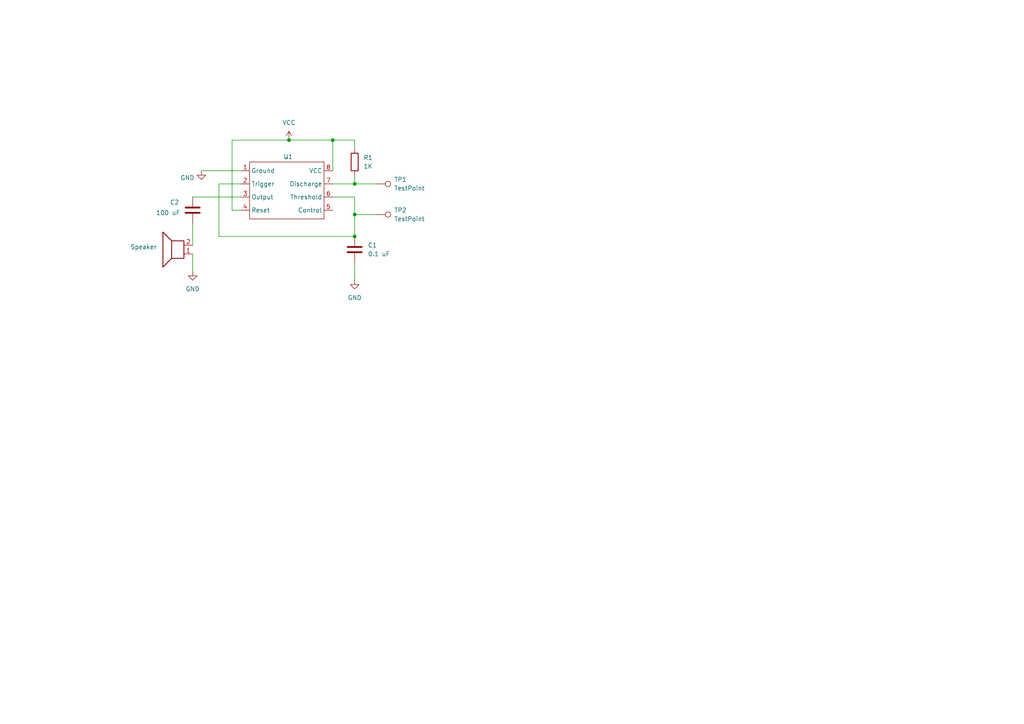
<source format=kicad_sch>
(kicad_sch (version 20231120) (generator "eeschema") (generator_version "8.0")
  (paper "A4")
  (lib_symbols
    (symbol "555-conductivity:555-pinmapped"
      (property "Reference" "U" (at 0 9.906 0))
      (symbol "555-pinmapped_0_1"
        (rectangle (start -10.16 7.62) (end 11.43 -8.89))
      )
      (symbol "555-pinmapped_1_1"
        (pin input line (at -12.7 5.08 0) (length 2.54) (name "Ground") (number "1"))
        (pin input line (at -12.7 1.27 0) (length 2.54) (name "Trigger") (number "2"))
        (pin input line (at -12.7 -2.54 0) (length 2.54) (name "Output") (number "3"))
        (pin input line (at -12.7 -6.35 0) (length 2.54) (name "Reset") (number "4"))
        (pin input line (at 13.97 -6.35 180) (length 2.54) (name "Control") (number "5"))
        (pin input line (at 13.97 -2.54 180) (length 2.54) (name "Threshold") (number "6"))
        (pin input line (at 13.97 1.27 180) (length 2.54) (name "Discharge") (number "7"))
        (pin input line (at 13.97 5.08 180) (length 2.54) (name "VCC") (number "8"))
      )
    )
    (symbol "Connector:TestPoint" (pin_numbers hide) (pin_names (offset 0.762) hide)
      (property "Reference" "TP" (at 0 6.858 0))
      (property "Value" "TestPoint" (at 0 5.08 0))
      (symbol "TestPoint_0_1"
        (circle (center 0 3.302) (radius 0.762))
      )
      (symbol "TestPoint_1_1"
        (pin passive line (at 0 0 90) (length 2.54) (name "1") (number "1"))
      )
    )
    (symbol "Device:C" (pin_numbers hide) (pin_names (offset 0.254))
      (property "Reference" "C" (at 0.635 2.54 0))
      (property "Value" "C" (at 0.635 -2.54 0))
      (symbol "C_0_1"
        (polyline (pts (xy -2.032 -0.762) (xy 2.032 -0.762)) (stroke (width 0.508)))
        (polyline (pts (xy -2.032 0.762) (xy 2.032 0.762)) (stroke (width 0.508)))
      )
      (symbol "C_1_1"
        (pin passive line (at 0 3.81 270) (length 2.794) (name "~") (number "1"))
        (pin passive line (at 0 -3.81 90) (length 2.794) (name "~") (number "2"))
      )
    )
    (symbol "Device:R" (pin_numbers hide) (pin_names (offset 0))
      (property "Reference" "R" (at 2.032 0 90))
      (property "Value" "R" (at 0 0 90))
      (symbol "R_0_1"
        (rectangle (start -1.016 -2.54) (end 1.016 2.54) (stroke (width 0.254)))
      )
      (symbol "R_1_1"
        (pin passive line (at 0 3.81 270) (length 1.27) (name "~") (number "1"))
        (pin passive line (at 0 -3.81 90) (length 1.27) (name "~") (number "2"))
      )
    )
    (symbol "Device:Speaker" (pin_names (offset 0) hide)
      (property "Reference" "LS" (at 1.27 5.715 0))
      (property "Value" "Speaker" (at 1.27 3.81 0))
      (symbol "Speaker_0_0"
        (rectangle (start -2.54 1.27) (end 1.016 -3.81) (stroke (width 0.254)))
        (polyline (pts (xy 1.016 1.27) (xy 3.556 3.81) (xy 3.556 -6.35) (xy 1.016 -3.81)) (stroke (width 0.254)))
      )
      (symbol "Speaker_1_1"
        (pin input line (at -5.08 0 0) (length 2.54) (name "1") (number "1"))
        (pin input line (at -5.08 -2.54 0) (length 2.54) (name "2") (number "2"))
      )
    )
    (symbol "power:GND" (power) (pin_numbers hide) (pin_names (offset 0) hide)
      (property "Value" "GND" (at 0 -3.81 0))
      (symbol "GND_0_1"
        (polyline (pts (xy 0 0) (xy 0 -1.27) (xy 1.27 -1.27) (xy 0 -2.54) (xy -1.27 -1.27) (xy 0 -1.27)))
      )
      (symbol "GND_1_1"
        (pin power_in line (at 0 0 270) (length 0) (name "~") (number "1"))
      )
    )
    (symbol "power:VCC" (power) (pin_numbers hide) (pin_names (offset 0) hide)
      (property "Value" "VCC" (at 0 3.556 0))
      (symbol "VCC_0_1"
        (polyline (pts (xy -0.762 1.27) (xy 0 2.54)))
        (polyline (pts (xy 0 0) (xy 0 2.54)))
        (polyline (pts (xy 0 2.54) (xy 0.762 1.27)))
      )
      (symbol "VCC_1_1"
        (pin power_in line (at 0 0 90) (length 0) (name "~") (number "1"))
      )
    )
  )
  (junction (at 102.87 68.58))
  (junction (at 83.82 40.64))
  (junction (at 102.87 53.34))
  (junction (at 96.52 40.64))
  (junction (at 102.87 62.23))
  (wire (pts (xy 69.85 53.34) (xy 63.5 53.34)))
  (wire (pts (xy 96.52 40.64) (xy 96.52 49.53)))
  (wire (pts (xy 67.31 40.64) (xy 83.82 40.64)))
  (wire (pts (xy 102.87 40.64) (xy 102.87 43.18)))
  (wire (pts (xy 102.87 50.8) (xy 102.87 53.34)))
  (wire (pts (xy 63.5 68.58) (xy 102.87 68.58)))
  (wire (pts (xy 102.87 53.34) (xy 109.22 53.34)))
  (wire (pts (xy 102.87 62.23) (xy 109.22 62.23)))
  (wire (pts (xy 63.5 53.34) (xy 63.5 68.58)))
  (wire (pts (xy 102.87 62.23) (xy 102.87 57.15)))
  (wire (pts (xy 69.85 60.96) (xy 67.31 60.96)))
  (wire (pts (xy 55.88 73.66) (xy 55.88 78.74)))
  (wire (pts (xy 102.87 57.15) (xy 96.52 57.15)))
  (wire (pts (xy 96.52 53.34) (xy 102.87 53.34)))
  (wire (pts (xy 83.82 40.64) (xy 96.52 40.64)))
  (wire (pts (xy 102.87 81.28) (xy 102.87 76.2)))
  (wire (pts (xy 55.88 64.77) (xy 55.88 71.12)))
  (wire (pts (xy 67.31 60.96) (xy 67.31 40.64)))
  (wire (pts (xy 55.88 57.15) (xy 69.85 57.15)))
  (wire (pts (xy 96.52 40.64) (xy 102.87 40.64)))
  (wire (pts (xy 102.87 68.58) (xy 102.87 62.23)))
  (wire (pts (xy 58.42 49.53) (xy 69.85 49.53)))
  (symbol (lib_id "Device:C") (at 102.87 72.39 0) (unit 1)
    (property "Reference" "C1" (at 106.68 71.1199 0) (effects (justify left)))
    (property "Value" "0.1 uF" (at 106.68 73.6599 0) (effects (justify left)))
    (property "Description" "Unpolarized capacitor" (effects (hide yes)))
  )
  (symbol (lib_id "power:GND") (at 102.87 81.28 0) (unit 1)
    (property "Reference" "#PWR03" (effects (hide yes)))
    (property "Value" "GND" (at 102.87 86.36 0))
    (property "Description" "Power symbol creates a global label with name \"GND\" , ground" (effects (hide yes)))
  )
  (symbol (lib_id "Connector:TestPoint") (at 109.22 53.34 270) (unit 1)
    (property "Reference" "TP1" (at 114.3 52.0699 90) (effects (justify left)))
    (property "Value" "TestPoint" (at 114.3 54.6099 90) (effects (justify left)))
    (property "Description" "test point" (effects (hide yes)))
  )
  (symbol (lib_id "Device:R") (at 102.87 46.99 0) (unit 1)
    (property "Reference" "R1" (at 105.41 45.7199 0) (effects (justify left)))
    (property "Value" "1K" (at 105.41 48.2599 0) (effects (justify left)))
    (property "Description" "Resistor" (effects (hide yes)))
  )
  (symbol (lib_id "Connector:TestPoint") (at 109.22 62.23 270) (unit 1)
    (property "Reference" "TP2" (at 114.3 60.9599 90) (effects (justify left)))
    (property "Value" "TestPoint" (at 114.3 63.4999 90) (effects (justify left)))
    (property "Description" "test point" (effects (hide yes)))
  )
  (symbol (lib_id "power:GND") (at 58.42 49.53 0) (unit 1)
    (property "Reference" "#PWR01" (effects (hide yes)))
    (property "Value" "GND" (at 54.356 51.562 0))
    (property "Description" "Power symbol creates a global label with name \"GND\" , ground" (effects (hide yes)))
  )
  (symbol (lib_id "power:GND") (at 55.88 78.74 0) (unit 1)
    (property "Reference" "#PWR02" (effects (hide yes)))
    (property "Value" "GND" (at 55.88 83.82 0))
    (property "Description" "Power symbol creates a global label with name \"GND\" , ground" (effects (hide yes)))
  )
  (symbol (lib_id "Device:Speaker") (at 50.8 73.66 180) (unit 1)
    (property "Reference" "LS1" (effects (hide yes)))
    (property "Value" "Speaker" (at 41.656 71.628 0))
    (property "Description" "Speaker" (effects (hide yes)))
  )
  (symbol (lib_id "Device:C") (at 55.88 60.96 0) (mirror x) (unit 1)
    (property "Reference" "C2" (at 49.276 58.674 0) (effects (justify left)))
    (property "Value" "100 uF" (at 45.212 61.722 0) (effects (justify left)))
    (property "Description" "Unpolarized capacitor" (effects (hide yes)))
  )
  (symbol (lib_id "power:VCC") (at 83.82 40.64 0) (unit 1)
    (property "Reference" "#PWR04" (effects (hide yes)))
    (property "Value" "VCC" (at 83.82 35.56 0))
    (property "Description" "Power symbol creates a global label with name \"VCC\"" (effects (hide yes)))
  )
  (symbol (lib_id "555-conductivity:555-pinmapped") (at 82.55 54.61 0) (unit 1)
    (property "Reference" "U1" (at 83.566 45.466 0))
    (property "Value" "~" (at 83.185 45.72 0))
  )
)
</source>
